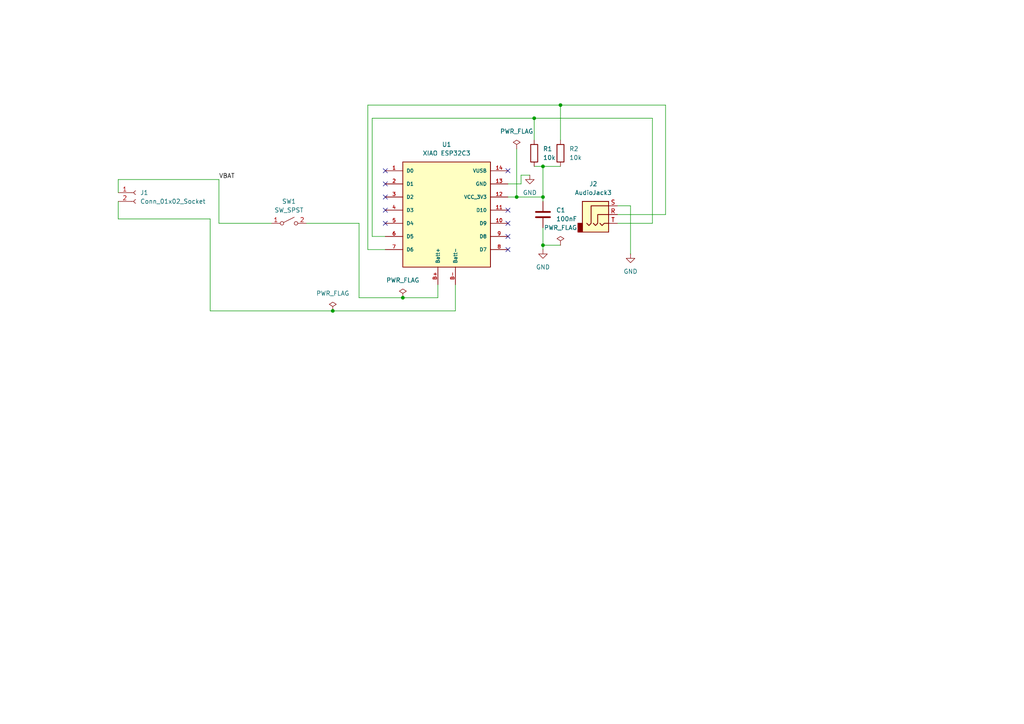
<source format=kicad_sch>
(kicad_sch (version 20250114) (generator "eeschema") (generator_version "9.0")
  (paper "A4")
  (lib_symbols
    (symbol "Connector:Conn_01x02_Socket" (pin_names (offset 1.016) (hide yes))
      (property "Reference" "J" (at 0 2.54 0))
      (property "Value" "Conn_01x02_Socket" (at 0 -5.08 0))
      (symbol "Conn_01x02_Socket_1_1"
        (polyline (pts (xy -1.27 0) (xy -0.508 0)) (stroke (width 0.1524)))
        (polyline (pts (xy -1.27 -2.54) (xy -0.508 -2.54)) (stroke (width 0.1524)))
        (arc (start 0 -0.508) (mid -0.5058 0) (end 0 0.508) (stroke (width 0.1524)))
        (arc (start 0 -3.048) (mid -0.5058 -2.54) (end 0 -2.032) (stroke (width 0.1524)))
        (pin passive line (at -5.08 0 0) (length 3.81) (name "Pin_1") (number "1"))
        (pin passive line (at -5.08 -2.54 0) (length 3.81) (name "Pin_2") (number "2"))
      )
    )
    (symbol "Connector_Audio:AudioJack3"
      (property "Reference" "J" (at 0 8.89 0))
      (property "Value" "AudioJack3" (at 0 6.35 0))
      (symbol "AudioJack3_0_1"
        (rectangle (start -5.08 -5.08) (end -6.35 -2.54) (stroke (width 0.254)) (fill (type outline)))
        (polyline (pts (xy -1.905 -2.54) (xy -1.27 -3.175) (xy -0.635 -2.54) (xy -0.635 0) (xy 2.54 0)) (stroke (width 0.254)))
        (polyline (pts (xy 0 -2.54) (xy 0.635 -3.175) (xy 1.27 -2.54) (xy 2.54 -2.54)) (stroke (width 0.254)))
        (rectangle (start 2.54 3.81) (end -5.08 -5.08) (stroke (width 0.254)) (fill (type background)))
        (polyline (pts (xy 2.54 2.54) (xy -2.54 2.54) (xy -2.54 -2.54) (xy -3.175 -3.175) (xy -3.81 -2.54)) (stroke (width 0.254)))
      )
      (symbol "AudioJack3_1_1"
        (pin passive line (at 5.08 2.54 180) (length 2.54) (name "~") (number "S"))
        (pin passive line (at 5.08 0 180) (length 2.54) (name "~") (number "R"))
        (pin passive line (at 5.08 -2.54 180) (length 2.54) (name "~") (number "T"))
      )
    )
    (symbol "Device:C" (pin_numbers (hide yes)) (pin_names (offset 0.254))
      (property "Reference" "C" (at 0.635 2.54 0))
      (property "Value" "C" (at 0.635 -2.54 0))
      (symbol "C_0_1"
        (polyline (pts (xy -2.032 0.762) (xy 2.032 0.762)) (stroke (width 0.508)))
        (polyline (pts (xy -2.032 -0.762) (xy 2.032 -0.762)) (stroke (width 0.508)))
      )
      (symbol "C_1_1"
        (pin passive line (at 0 3.81 270) (length 2.794) (name "~") (number "1"))
        (pin passive line (at 0 -3.81 90) (length 2.794) (name "~") (number "2"))
      )
    )
    (symbol "Device:R" (pin_numbers (hide yes)) (pin_names (offset 0))
      (property "Reference" "R" (at 2.032 0 90))
      (property "Value" "R" (at 0 0 90))
      (symbol "R_0_1"
        (rectangle (start -1.016 -2.54) (end 1.016 2.54) (stroke (width 0.254)))
      )
      (symbol "R_1_1"
        (pin passive line (at 0 3.81 270) (length 1.27) (name "~") (number "1"))
        (pin passive line (at 0 -3.81 90) (length 1.27) (name "~") (number "2"))
      )
    )
    (symbol "Switch:SW_SPST" (pin_names (offset 0) (hide yes))
      (property "Reference" "SW" (at 0 3.175 0))
      (property "Value" "SW_SPST" (at 0 -2.54 0))
      (symbol "SW_SPST_0_0"
        (circle (center -2.032 0) (radius 0.508))
        (polyline (pts (xy -1.524 0.254) (xy 1.524 1.778)))
        (circle (center 2.032 0) (radius 0.508))
      )
      (symbol "SW_SPST_1_1"
        (pin passive line (at -5.08 0 0) (length 2.54) (name "A") (number "1"))
        (pin passive line (at 5.08 0 180) (length 2.54) (name "B") (number "2"))
      )
    )
    (symbol "power:GND" (power) (pin_numbers (hide yes)) (pin_names (offset 0) (hide yes))
      (property "Value" "GND" (at 0 -3.81 0))
      (symbol "GND_0_1"
        (polyline (pts (xy 0 0) (xy 0 -1.27) (xy 1.27 -1.27) (xy 0 -2.54) (xy -1.27 -1.27) (xy 0 -1.27)))
      )
      (symbol "GND_1_1"
        (pin power_in line (at 0 0 270) (length 0) (name "~") (number "1"))
      )
    )
    (symbol "power:PWR_FLAG" (power) (pin_numbers (hide yes)) (pin_names (offset 0) (hide yes))
      (property "Value" "PWR_FLAG" (at 0 3.81 0))
      (symbol "PWR_FLAG_0_0"
        (pin power_out line (at 0 0 90) (length 0) (name "~") (number "1"))
      )
      (symbol "PWR_FLAG_0_1"
        (polyline (pts (xy 0 0) (xy 0 1.27) (xy -1.016 1.905) (xy 0 2.54) (xy 1.016 1.905) (xy 0 1.27)))
      )
    )
    (symbol "xiao_esp32c3:XIAO ESP32C3" (pin_names (offset 1.016))
      (property "Reference" "U" (at -12.7 16.002 0))
      (property "Value" "XIAO ESP32C3" (at 7.62 -19.05 0))
      (symbol "XIAO ESP32C3_0_0"
        (rectangle (start -12.7 15.24) (end 12.7 -15.24) (stroke (width 0.254)) (fill (type background)))
        (pin bidirectional line (at -17.78 12.7 0) (length 5.08) (name "D0") (number "1"))
        (pin bidirectional line (at -17.78 8.89 0) (length 5.08) (name "D1") (number "2"))
        (pin bidirectional line (at -17.78 5.08 0) (length 5.08) (name "D2") (number "3"))
        (pin bidirectional line (at -17.78 1.27 0) (length 5.08) (name "D3") (number "4"))
        (pin bidirectional line (at -17.78 -2.54 0) (length 5.08) (name "D4") (number "5"))
        (pin bidirectional line (at -17.78 -6.35 0) (length 5.08) (name "D5") (number "6"))
        (pin power_in line (at 17.78 12.7 180) (length 5.08) (name "VUSB") (number "14"))
        (pin power_in line (at 17.78 8.89 180) (length 5.08) (name "GND") (number "13"))
        (pin power_in line (at 17.78 5.08 180) (length 5.08) (name "VCC_3V3") (number "12"))
        (pin bidirectional line (at 17.78 1.27 180) (length 5.08) (name "D10") (number "11"))
        (pin bidirectional line (at 17.78 -2.54 180) (length 5.08) (name "D9") (number "10"))
        (pin bidirectional line (at 17.78 -6.35 180) (length 5.08) (name "D8") (number "9"))
      )
      (symbol "XIAO ESP32C3_1_0"
        (pin bidirectional line (at -17.78 -10.16 0) (length 5.08) (name "D6") (number "7"))
        (pin power_in line (at -2.54 -20.32 90) (length 5.08) (name "Batt+") (number "B+"))
        (pin power_in line (at 2.54 -20.32 90) (length 5.08) (name "Batt-") (number "B-"))
        (pin bidirectional line (at 17.78 -10.16 180) (length 5.08) (name "D7") (number "8"))
      )
    )
  )
  (junction (at 96.52 90.17))
  (junction (at 149.86 57.15))
  (junction (at 157.48 57.15))
  (junction (at 116.84 86.36))
  (junction (at 157.48 71.12))
  (junction (at 154.94 34.29))
  (junction (at 157.48 48.26))
  (junction (at 162.56 30.48))
  (no_connect (at 111.76 64.77))
  (no_connect (at 147.32 68.58))
  (no_connect (at 111.76 53.34))
  (no_connect (at 147.32 60.96))
  (no_connect (at 111.76 57.15))
  (no_connect (at 111.76 49.53))
  (no_connect (at 147.32 72.39))
  (no_connect (at 147.32 64.77))
  (no_connect (at 111.76 60.96))
  (no_connect (at 147.32 49.53))
  (wire (pts (xy 60.96 90.17) (xy 96.52 90.17)))
  (wire (pts (xy 157.48 71.12) (xy 157.48 72.39)))
  (wire (pts (xy 189.23 64.77) (xy 179.07 64.77)))
  (wire (pts (xy 157.48 71.12) (xy 162.56 71.12)))
  (wire (pts (xy 179.07 59.69) (xy 182.88 59.69)))
  (wire (pts (xy 96.52 90.17) (xy 132.08 90.17)))
  (wire (pts (xy 193.04 62.23) (xy 179.07 62.23)))
  (wire (pts (xy 63.5 64.77) (xy 78.74 64.77)))
  (wire (pts (xy 34.29 52.07) (xy 34.29 55.88)))
  (wire (pts (xy 63.5 52.07) (xy 34.29 52.07)))
  (wire (pts (xy 151.13 50.8) (xy 153.67 50.8)))
  (wire (pts (xy 157.48 57.15) (xy 157.48 48.26)))
  (wire (pts (xy 149.86 43.18) (xy 149.86 57.15)))
  (wire (pts (xy 106.68 30.48) (xy 162.56 30.48)))
  (wire (pts (xy 154.94 34.29) (xy 154.94 40.64)))
  (wire (pts (xy 116.84 86.36) (xy 127 86.36)))
  (wire (pts (xy 34.29 63.5) (xy 60.96 63.5)))
  (wire (pts (xy 63.5 64.77) (xy 63.5 52.07)))
  (wire (pts (xy 151.13 53.34) (xy 151.13 50.8)))
  (wire (pts (xy 157.48 48.26) (xy 162.56 48.26)))
  (wire (pts (xy 104.14 64.77) (xy 104.14 86.36)))
  (wire (pts (xy 193.04 30.48) (xy 193.04 62.23)))
  (wire (pts (xy 106.68 30.48) (xy 106.68 72.39)))
  (wire (pts (xy 106.68 72.39) (xy 111.76 72.39)))
  (wire (pts (xy 60.96 63.5) (xy 60.96 90.17)))
  (wire (pts (xy 34.29 58.42) (xy 34.29 63.5)))
  (wire (pts (xy 162.56 30.48) (xy 162.56 40.64)))
  (wire (pts (xy 107.95 34.29) (xy 154.94 34.29)))
  (wire (pts (xy 107.95 68.58) (xy 111.76 68.58)))
  (wire (pts (xy 107.95 34.29) (xy 107.95 68.58)))
  (wire (pts (xy 154.94 34.29) (xy 189.23 34.29)))
  (wire (pts (xy 104.14 86.36) (xy 116.84 86.36)))
  (wire (pts (xy 162.56 30.48) (xy 193.04 30.48)))
  (wire (pts (xy 149.86 57.15) (xy 157.48 57.15)))
  (wire (pts (xy 88.9 64.77) (xy 104.14 64.77)))
  (wire (pts (xy 157.48 66.04) (xy 157.48 71.12)))
  (wire (pts (xy 132.08 90.17) (xy 132.08 82.55)))
  (wire (pts (xy 157.48 57.15) (xy 157.48 58.42)))
  (wire (pts (xy 147.32 53.34) (xy 151.13 53.34)))
  (wire (pts (xy 147.32 57.15) (xy 149.86 57.15)))
  (wire (pts (xy 127 86.36) (xy 127 82.55)))
  (wire (pts (xy 182.88 59.69) (xy 182.88 73.66)))
  (wire (pts (xy 157.48 48.26) (xy 154.94 48.26)))
  (wire (pts (xy 189.23 34.29) (xy 189.23 64.77)))
  (label "VBAT" (at 63.5 52.07 0))
  (symbol (lib_id "power:PWR_FLAG") (at 96.52 90.17 0) (unit 1)
    (property "Reference" "#FLG02" (effects (hide yes)))
    (property "Value" "PWR_FLAG" (at 96.52 85.09 0))
    (property "Description" "Special symbol for telling ERC where power comes from" (effects (hide yes)))
  )
  (symbol (lib_id "power:GND") (at 153.67 50.8 0) (unit 1)
    (property "Reference" "#PWR03" (effects (hide yes)))
    (property "Value" "GND" (at 153.67 55.88 0))
    (property "Description" "Power symbol creates a global label with name \"GND\" , ground" (effects (hide yes)))
  )
  (symbol (lib_id "Device:C") (at 157.48 62.23 0) (unit 1)
    (property "Reference" "C1" (at 161.29 60.9599 0) (effects (justify left)))
    (property "Value" "100nF" (at 161.29 63.4999 0) (effects (justify left)))
    (property "Footprint" "Capacitor_THT:C_Disc_D3.0mm_W1.6mm_P2.50mm" (effects (hide yes)))
    (property "Description" "Unpolarized capacitor" (effects (hide yes)))
  )
  (symbol (lib_id "power:GND") (at 157.48 72.39 0) (unit 1)
    (property "Reference" "#PWR01" (effects (hide yes)))
    (property "Value" "GND" (at 157.48 77.47 0))
    (property "Description" "Power symbol creates a global label with name \"GND\" , ground" (effects (hide yes)))
  )
  (symbol (lib_id "Device:R") (at 154.94 44.45 0) (unit 1)
    (property "Reference" "R1" (at 157.48 43.1799 0) (effects (justify left)))
    (property "Value" "10k" (at 157.48 45.7199 0) (effects (justify left)))
    (property "Footprint" "Resistor_THT:R_Axial_DIN0207_L6.3mm_D2.5mm_P7.62mm_Horizontal" (effects (hide yes)))
    (property "Description" "Resistor" (effects (hide yes)))
  )
  (symbol (lib_id "power:PWR_FLAG") (at 149.86 43.18 0) (unit 1)
    (property "Reference" "#FLG03" (effects (hide yes)))
    (property "Value" "PWR_FLAG" (at 149.86 38.1 0))
    (property "Description" "Special symbol for telling ERC where power comes from" (effects (hide yes)))
  )
  (symbol (lib_id "Connector_Audio:AudioJack3") (at 173.99 62.23 0) (unit 1)
    (property "Reference" "J2" (at 172.085 53.34 0))
    (property "Value" "AudioJack3" (at 172.085 55.88 0))
    (property "Footprint" "Connector_Audio:Jack_3.5mm_CUI_SJ1-3523N_Horizontal" (effects (hide yes)))
    (property "Description" "Audio Jack, 3 Poles (Stereo / TRS)" (effects (hide yes)))
  )
  (symbol (lib_id "Device:R") (at 162.56 44.45 0) (unit 1)
    (property "Reference" "R2" (at 165.1 43.1799 0) (effects (justify left)))
    (property "Value" "10k" (at 165.1 45.7199 0) (effects (justify left)))
    (property "Footprint" "Resistor_THT:R_Axial_DIN0207_L6.3mm_D2.5mm_P7.62mm_Horizontal" (effects (hide yes)))
    (property "Description" "Resistor" (effects (hide yes)))
  )
  (symbol (lib_id "power:PWR_FLAG") (at 162.56 71.12 0) (unit 1)
    (property "Reference" "#FLG04" (effects (hide yes)))
    (property "Value" "PWR_FLAG" (at 162.56 66.04 0))
    (property "Description" "Special symbol for telling ERC where power comes from" (effects (hide yes)))
  )
  (symbol (lib_id "power:PWR_FLAG") (at 116.84 86.36 0) (unit 1)
    (property "Reference" "#FLG01" (effects (hide yes)))
    (property "Value" "PWR_FLAG" (at 116.84 81.28 0))
    (property "Description" "Special symbol for telling ERC where power comes from" (effects (hide yes)))
  )
  (symbol (lib_id "Switch:SW_SPST") (at 83.82 64.77 0) (unit 1)
    (property "Reference" "SW1" (at 83.82 58.42 0))
    (property "Value" "SW_SPST" (at 83.82 60.96 0))
    (property "Footprint" "Button_Switch_THT:SW_Slide_SPDT_Angled_CK_OS102011MA1Q" (effects (hide yes)))
    (property "Description" "Single Pole Single Throw (SPST) switch" (effects (hide yes)))
  )
  (symbol (lib_id "Connector:Conn_01x02_Socket") (at 39.37 55.88 0) (unit 1)
    (property "Reference" "J1" (at 40.64 55.8799 0) (effects (justify left)))
    (property "Value" "Conn_01x02_Socket" (at 40.64 58.4199 0) (effects (justify left)))
    (property "Footprint" "Connector_JST:JST_PH_S2B-PH-K_1x02_P2.00mm_Horizontal" (effects (hide yes)))
    (property "Description" "Generic connector, single row, 01x02, script generated" (effects (hide yes)))
  )
  (symbol (lib_id "xiao_esp32c3:XIAO ESP32C3") (at 129.54 62.23 0) (unit 1)
    (property "Reference" "U1" (at 129.54 41.91 0))
    (property "Value" "XIAO ESP32C3" (at 129.54 44.45 0))
    (property "Footprint" "XIAO_ESP32C3:xiao_esp32c3" (effects (hide yes)))
    (property "Datasheet" "https://files.seeedstudio.com/wiki/Seeed-Studio-XIAO-ESP32/esp32-c3_datasheet.pdf" (effects (hide yes)))
    (property "Description" "ESP32C3 Transceiver Evaluation Board" (effects (hide yes)))
    (property "MANUFACTURER" "Seeed Technology" (effects (hide yes)))
  )
  (symbol (lib_id "power:GND") (at 182.88 73.66 0) (unit 1)
    (property "Reference" "#PWR02" (effects (hide yes)))
    (property "Value" "GND" (at 182.88 78.74 0))
    (property "Description" "Power symbol creates a global label with name \"GND\" , ground" (effects (hide yes)))
  )
)
</source>
